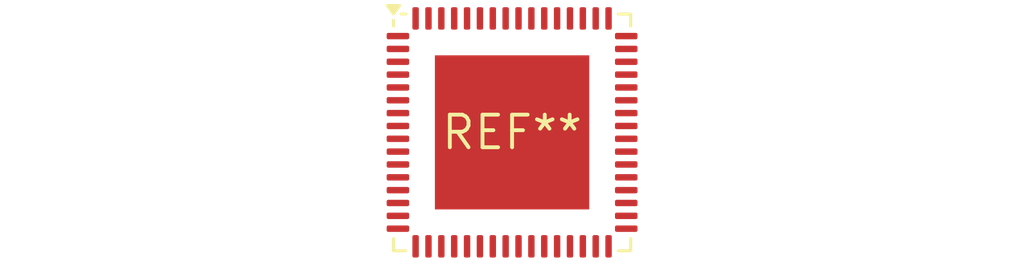
<source format=kicad_pcb>
(kicad_pcb (version 20240108) (generator pcbnew)
  (layers (0 "F.Cu" signal) (31 "B.Cu" signal) (34 "B.Paste" user) (35 "F.Paste" user) (36 "B.SilkS" user "B.Silkscreen") (37 "F.SilkS" user "F.Silkscreen") (38 "B.Mask" user) (39 "F.Mask" user) (44 "Edge.Cuts" user))
  (net 0 "")
  (footprint "QFN-64-1EP_9x9mm_P0.5mm_EP6x6mm" (layer "F.Cu") (at 0 0)
    (property "Reference" "REF**")
    (property "Value" "QFN-64-1EP_9x9mm_P0.5mm_EP6x6mm")
    (fp_line (start -4.61 -4.135) (end -4.61 -4.37) (layer "F.SilkS") (stroke (width 0.12)))
    (fp_line (start -4.61 4.61) (end -4.61 4.135) (layer "F.SilkS") (stroke (width 0.12)))
    (fp_line (start -4.135 -4.61) (end -4.31 -4.61) (layer "F.SilkS") (stroke (width 0.12)))
    (fp_line (start -4.135 4.61) (end -4.61 4.61) (layer "F.SilkS") (stroke (width 0.12)))
    (fp_line (start 4.135 -4.61) (end 4.61 -4.61) (layer "F.SilkS") (stroke (width 0.12)))
    (fp_line (start 4.135 4.61) (end 4.61 4.61) (layer "F.SilkS") (stroke (width 0.12)))
    (fp_line (start 4.61 -4.61) (end 4.61 -4.135) (layer "F.SilkS") (stroke (width 0.12)))
    (fp_line (start 4.61 4.61) (end 4.61 4.135) (layer "F.SilkS") (stroke (width 0.12)))
    (fp_poly (pts (xy -4.61 -4.61) (xy -4.85 -4.94) (xy -4.37 -4.94) (xy -4.61 -4.61)) (layer "F.SilkS") (stroke (width 0.12)) (fill solid))
    (pad "1" smd roundrect (at -4.4375 -3.75) (size 0.875 0.25) (layers "F.Cu" "F.Paste" "F.Mask"))
    (pad "2" smd roundrect (at -4.4375 -3.25) (size 0.875 0.25) (layers "F.Cu" "F.Paste" "F.Mask"))
    (pad "3" smd roundrect (at -4.4375 -2.75) (size 0.875 0.25) (layers "F.Cu" "F.Paste" "F.Mask"))
    (pad "4" smd roundrect (at -4.4375 -2.25) (size 0.875 0.25) (layers "F.Cu" "F.Paste" "F.Mask"))
    (pad "5" smd roundrect (at -4.4375 -1.75) (size 0.875 0.25) (layers "F.Cu" "F.Paste" "F.Mask"))
    (pad "6" smd roundrect (at -4.4375 -1.25) (size 0.875 0.25) (layers "F.Cu" "F.Paste" "F.Mask"))
    (pad "7" smd roundrect (at -4.4375 -0.75) (size 0.875 0.25) (layers "F.Cu" "F.Paste" "F.Mask"))
    (pad "8" smd roundrect (at -4.4375 -0.25) (size 0.875 0.25) (layers "F.Cu" "F.Paste" "F.Mask"))
    (pad "9" smd roundrect (at -4.4375 0.25) (size 0.875 0.25) (layers "F.Cu" "F.Paste" "F.Mask"))
    (pad "10" smd roundrect (at -4.4375 0.75) (size 0.875 0.25) (layers "F.Cu" "F.Paste" "F.Mask"))
    (pad "11" smd roundrect (at -4.4375 1.25) (size 0.875 0.25) (layers "F.Cu" "F.Paste" "F.Mask"))
    (pad "12" smd roundrect (at -4.4375 1.75) (size 0.875 0.25) (layers "F.Cu" "F.Paste" "F.Mask"))
    (pad "13" smd roundrect (at -4.4375 2.25) (size 0.875 0.25) (layers "F.Cu" "F.Paste" "F.Mask"))
    (pad "14" smd roundrect (at -4.4375 2.75) (size 0.875 0.25) (layers "F.Cu" "F.Paste" "F.Mask"))
    (pad "15" smd roundrect (at -4.4375 3.25) (size 0.875 0.25) (layers "F.Cu" "F.Paste" "F.Mask"))
    (pad "16" smd roundrect (at -4.4375 3.75) (size 0.875 0.25) (layers "F.Cu" "F.Paste" "F.Mask"))
    (pad "17" smd roundrect (at -3.75 4.4375) (size 0.25 0.875) (layers "F.Cu" "F.Paste" "F.Mask"))
    (pad "18" smd roundrect (at -3.25 4.4375) (size 0.25 0.875) (layers "F.Cu" "F.Paste" "F.Mask"))
    (pad "19" smd roundrect (at -2.75 4.4375) (size 0.25 0.875) (layers "F.Cu" "F.Paste" "F.Mask"))
    (pad "20" smd roundrect (at -2.25 4.4375) (size 0.25 0.875) (layers "F.Cu" "F.Paste" "F.Mask"))
    (pad "21" smd roundrect (at -1.75 4.4375) (size 0.25 0.875) (layers "F.Cu" "F.Paste" "F.Mask"))
    (pad "22" smd roundrect (at -1.25 4.4375) (size 0.25 0.875) (layers "F.Cu" "F.Paste" "F.Mask"))
    (pad "23" smd roundrect (at -0.75 4.4375) (size 0.25 0.875) (layers "F.Cu" "F.Paste" "F.Mask"))
    (pad "24" smd roundrect (at -0.25 4.4375) (size 0.25 0.875) (layers "F.Cu" "F.Paste" "F.Mask"))
    (pad "25" smd roundrect (at 0.25 4.4375) (size 0.25 0.875) (layers "F.Cu" "F.Paste" "F.Mask"))
    (pad "26" smd roundrect (at 0.75 4.4375) (size 0.25 0.875) (layers "F.Cu" "F.Paste" "F.Mask"))
    (pad "27" smd roundrect (at 1.25 4.4375) (size 0.25 0.875) (layers "F.Cu" "F.Paste" "F.Mask"))
    (pad "28" smd roundrect (at 1.75 4.4375) (size 0.25 0.875) (layers "F.Cu" "F.Paste" "F.Mask"))
    (pad "29" smd roundrect (at 2.25 4.4375) (size 0.25 0.875) (layers "F.Cu" "F.Paste" "F.Mask"))
    (pad "30" smd roundrect (at 2.75 4.4375) (size 0.25 0.875) (layers "F.Cu" "F.Paste" "F.Mask"))
    (pad "31" smd roundrect (at 3.25 4.4375) (size 0.25 0.875) (layers "F.Cu" "F.Paste" "F.Mask"))
    (pad "32" smd roundrect (at 3.75 4.4375) (size 0.25 0.875) (layers "F.Cu" "F.Paste" "F.Mask"))
    (pad "33" smd roundrect (at 4.4375 3.75) (size 0.875 0.25) (layers "F.Cu" "F.Paste" "F.Mask"))
    (pad "34" smd roundrect (at 4.4375 3.25) (size 0.875 0.25) (layers "F.Cu" "F.Paste" "F.Mask"))
    (pad "35" smd roundrect (at 4.4375 2.75) (size 0.875 0.25) (layers "F.Cu" "F.Paste" "F.Mask"))
    (pad "36" smd roundrect (at 4.4375 2.25) (size 0.875 0.25) (layers "F.Cu" "F.Paste" "F.Mask"))
    (pad "37" smd roundrect (at 4.4375 1.75) (size 0.875 0.25) (layers "F.Cu" "F.Paste" "F.Mask"))
    (pad "38" smd roundrect (at 4.4375 1.25) (size 0.875 0.25) (layers "F.Cu" "F.Paste" "F.Mask"))
    (pad "39" smd roundrect (at 4.4375 0.75) (size 0.875 0.25) (layers "F.Cu" "F.Paste" "F.Mask"))
    (pad "40" smd roundrect (at 4.4375 0.25) (size 0.875 0.25) (layers "F.Cu" "F.Paste" "F.Mask"))
    (pad "41" smd roundrect (at 4.4375 -0.25) (size 0.875 0.25) (layers "F.Cu" "F.Paste" "F.Mask"))
    (pad "42" smd roundrect (at 4.4375 -0.75) (size 0.875 0.25) (layers "F.Cu" "F.Paste" "F.Mask"))
    (pad "43" smd roundrect (at 4.4375 -1.25) (size 0.875 0.25) (layers "F.Cu" "F.Paste" "F.Mask"))
    (pad "44" smd roundrect (at 4.4375 -1.75) (size 0.875 0.25) (layers "F.Cu" "F.Paste" "F.Mask"))
    (pad "45" smd roundrect (at 4.4375 -2.25) (size 0.875 0.25) (layers "F.Cu" "F.Paste" "F.Mask"))
    (pad "46" smd roundrect (at 4.4375 -2.75) (size 0.875 0.25) (layers "F.Cu" "F.Paste" "F.Mask"))
    (pad "47" smd roundrect (at 4.4375 -3.25) (size 0.875 0.25) (layers "F.Cu" "F.Paste" "F.Mask"))
    (pad "48" smd roundrect (at 4.4375 -3.75) (size 0.875 0.25) (layers "F.Cu" "F.Paste" "F.Mask"))
    (pad "49" smd roundrect (at 3.75 -4.4375) (size 0.25 0.875) (layers "F.Cu" "F.Paste" "F.Mask"))
    (pad "50" smd roundrect (at 3.25 -4.4375) (size 0.25 0.875) (layers "F.Cu" "F.Paste" "F.Mask"))
    (pad "51" smd roundrect (at 2.75 -4.4375) (size 0.25 0.875) (layers "F.Cu" "F.Paste" "F.Mask"))
    (pad "52" smd roundrect (at 2.25 -4.4375) (size 0.25 0.875) (layers "F.Cu" "F.Paste" "F.Mask"))
    (pad "53" smd roundrect (at 1.75 -4.4375) (size 0.25 0.875) (layers "F.Cu" "F.Paste" "F.Mask"))
    (pad "54" smd roundrect (at 1.25 -4.4375) (size 0.25 0.875) (layers "F.Cu" "F.Paste" "F.Mask"))
    (pad "55" smd roundrect (at 0.75 -4.4375) (size 0.25 0.875) (layers "F.Cu" "F.Paste" "F.Mask"))
    (pad "56" smd roundrect (at 0.25 -4.4375) (size 0.25 0.875) (layers "F.Cu" "F.Paste" "F.Mask"))
    (pad "57" smd roundrect (at -0.25 -4.4375) (size 0.25 0.875) (layers "F.Cu" "F.Paste" "F.Mask"))
    (pad "58" smd roundrect (at -0.75 -4.4375) (size 0.25 0.875) (layers "F.Cu" "F.Paste" "F.Mask"))
    (pad "59" smd roundrect (at -1.25 -4.4375) (size 0.25 0.875) (layers "F.Cu" "F.Paste" "F.Mask"))
    (pad "60" smd roundrect (at -1.75 -4.4375) (size 0.25 0.875) (layers "F.Cu" "F.Paste" "F.Mask"))
    (pad "61" smd roundrect (at -2.25 -4.4375) (size 0.25 0.875) (layers "F.Cu" "F.Paste" "F.Mask"))
    (pad "62" smd roundrect (at -2.75 -4.4375) (size 0.25 0.875) (layers "F.Cu" "F.Paste" "F.Mask"))
    (pad "63" smd roundrect (at -3.25 -4.4375) (size 0.25 0.875) (layers "F.Cu" "F.Paste" "F.Mask"))
    (pad "64" smd roundrect (at -3.75 -4.4375) (size 0.25 0.875) (layers "F.Cu" "F.Paste" "F.Mask"))
    (pad "65" smd rect (at 0 0) (size 6 6) (property pad_prop_heatsink) (layers "F.Cu" "F.Mask"))
  )
)
</source>
